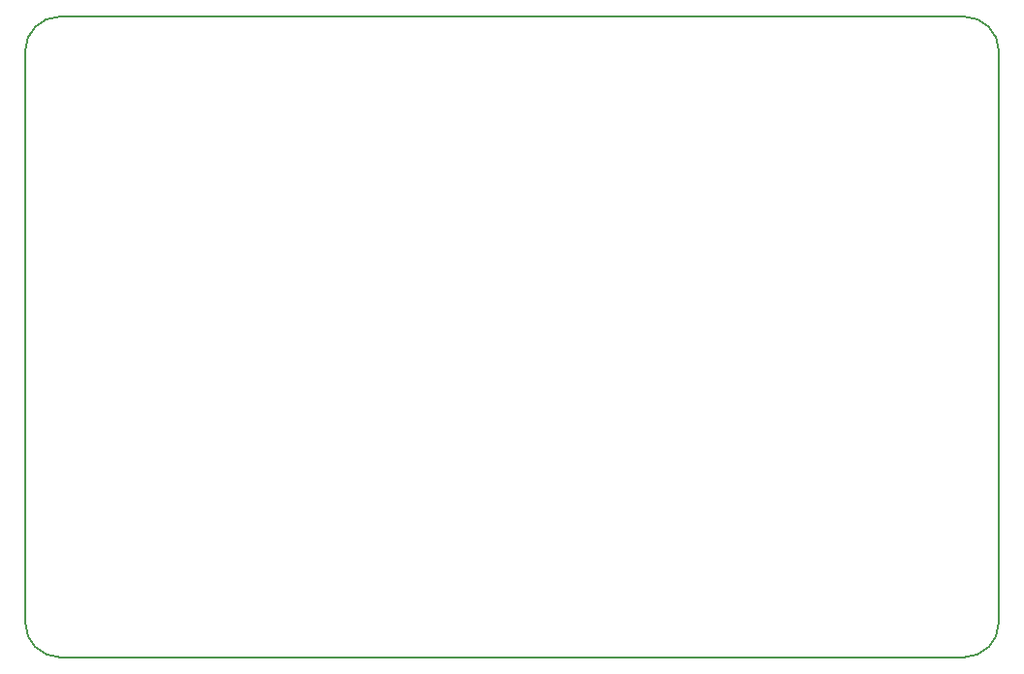
<source format=gbr>
G04 #@! TF.GenerationSoftware,KiCad,Pcbnew,5.1.5+dfsg1-2build2*
G04 #@! TF.CreationDate,2021-05-27T17:25:40+02:00*
G04 #@! TF.ProjectId,board,626f6172-642e-46b6-9963-61645f706362,rev?*
G04 #@! TF.SameCoordinates,Original*
G04 #@! TF.FileFunction,Profile,NP*
%FSLAX46Y46*%
G04 Gerber Fmt 4.6, Leading zero omitted, Abs format (unit mm)*
G04 Created by KiCad (PCBNEW 5.1.5+dfsg1-2build2) date 2021-05-27 17:25:40*
%MOMM*%
%LPD*%
G04 APERTURE LIST*
%ADD10C,0.150000*%
G04 APERTURE END LIST*
D10*
X87500000Y-155000000D02*
G75*
G02X84500000Y-152000000I0J3000000D01*
G01*
X84500000Y-102000000D02*
G75*
G02X87500000Y-99000000I3000000J0D01*
G01*
X166500000Y-99000000D02*
G75*
G02X169500000Y-102000000I0J-3000000D01*
G01*
X169500000Y-152000000D02*
G75*
G02X166500000Y-155000000I-3000000J0D01*
G01*
X166500000Y-99000000D02*
X87500000Y-99000000D01*
X169500000Y-152000000D02*
X169500000Y-102000000D01*
X87500000Y-155000000D02*
X166500000Y-155000000D01*
X84500000Y-102000000D02*
X84500000Y-152000000D01*
M02*

</source>
